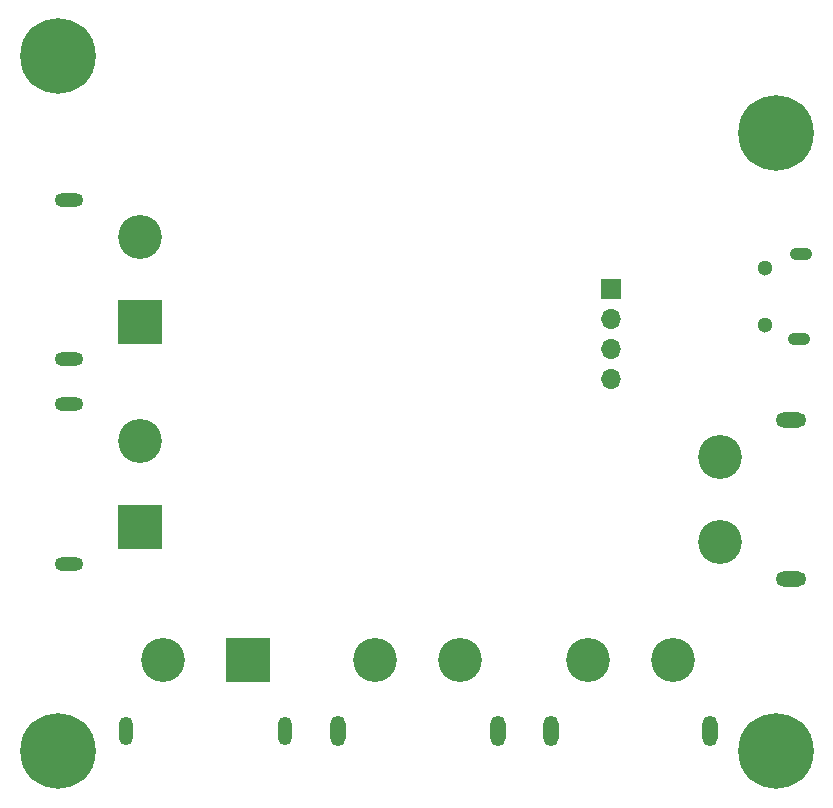
<source format=gbr>
G04 #@! TF.GenerationSoftware,KiCad,Pcbnew,(5.1.10-1-10_14)*
G04 #@! TF.CreationDate,2021-09-03T21:49:34+10:00*
G04 #@! TF.ProjectId,esp32_battery_isolator,65737033-325f-4626-9174-746572795f69,F*
G04 #@! TF.SameCoordinates,Original*
G04 #@! TF.FileFunction,Soldermask,Bot*
G04 #@! TF.FilePolarity,Negative*
%FSLAX46Y46*%
G04 Gerber Fmt 4.6, Leading zero omitted, Abs format (unit mm)*
G04 Created by KiCad (PCBNEW (5.1.10-1-10_14)) date 2021-09-03 21:49:34*
%MOMM*%
%LPD*%
G01*
G04 APERTURE LIST*
%ADD10C,3.716000*%
%ADD11O,2.600000X1.300000*%
%ADD12O,1.300000X2.600000*%
%ADD13O,1.200000X2.400000*%
%ADD14R,3.716000X3.716000*%
%ADD15O,1.900000X1.070000*%
%ADD16C,1.300000*%
%ADD17C,0.800000*%
%ADD18C,6.400000*%
%ADD19R,1.700000X1.700000*%
%ADD20O,1.700000X1.700000*%
%ADD21O,2.400000X1.200000*%
G04 APERTURE END LIST*
D10*
X167250000Y-113150000D03*
X167250000Y-105950000D03*
D11*
X173250000Y-116300000D03*
X173250000Y-102800000D03*
D12*
X166420000Y-129120000D03*
X152920000Y-129120000D03*
D10*
X163270000Y-123120000D03*
X156070000Y-123120000D03*
D13*
X116900000Y-129160000D03*
X130400000Y-129160000D03*
D10*
X120050000Y-123160000D03*
D14*
X127250000Y-123160000D03*
D15*
X174050000Y-88750000D03*
X173950000Y-95950000D03*
D16*
X171050000Y-89950000D03*
X171050000Y-94750000D03*
D17*
X112847056Y-129152944D03*
X111150000Y-128450000D03*
X109452944Y-129152944D03*
X108750000Y-130850000D03*
X109452944Y-132547056D03*
X111150000Y-133250000D03*
X112847056Y-132547056D03*
X113550000Y-130850000D03*
D18*
X111150000Y-130850000D03*
D17*
X173647056Y-76852944D03*
X171950000Y-76150000D03*
X170252944Y-76852944D03*
X169550000Y-78550000D03*
X170252944Y-80247056D03*
X171950000Y-80950000D03*
X173647056Y-80247056D03*
X174350000Y-78550000D03*
D18*
X171950000Y-78550000D03*
X171950000Y-130850000D03*
D17*
X174350000Y-130850000D03*
X173647056Y-132547056D03*
X171950000Y-133250000D03*
X170252944Y-132547056D03*
X169550000Y-130850000D03*
X170252944Y-129152944D03*
X171950000Y-128450000D03*
X173647056Y-129152944D03*
X112847056Y-70352944D03*
X111150000Y-69650000D03*
X109452944Y-70352944D03*
X108750000Y-72050000D03*
X109452944Y-73747056D03*
X111150000Y-74450000D03*
X112847056Y-73747056D03*
X113550000Y-72050000D03*
D18*
X111150000Y-72050000D03*
D19*
X158000000Y-91750000D03*
D20*
X158000000Y-94290000D03*
X158000000Y-96830000D03*
X158000000Y-99370000D03*
D14*
X118150000Y-94550000D03*
D10*
X118150000Y-87350000D03*
D21*
X112150000Y-97700000D03*
X112150000Y-84200000D03*
X112150000Y-101500000D03*
X112150000Y-115000000D03*
D10*
X118150000Y-104650000D03*
D14*
X118150000Y-111850000D03*
D12*
X148400000Y-129150000D03*
X134900000Y-129150000D03*
D10*
X145250000Y-123150000D03*
X138050000Y-123150000D03*
M02*

</source>
